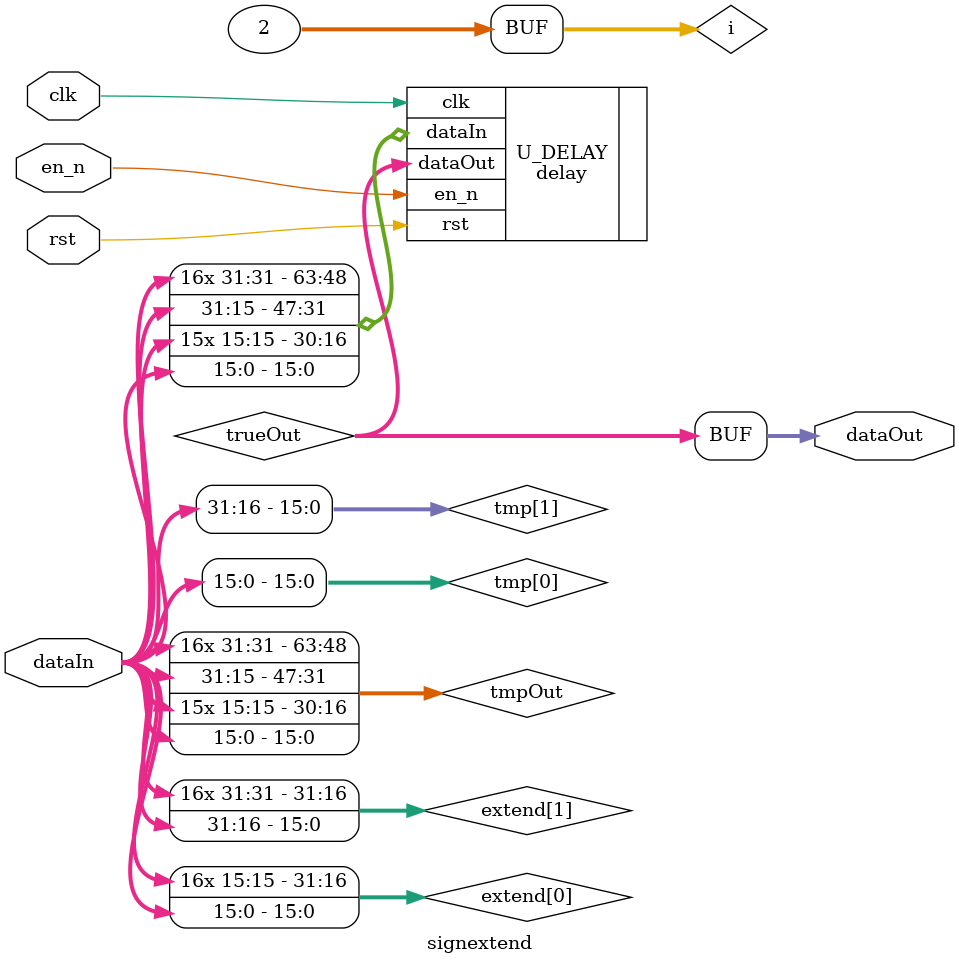
<source format=v>
module signextend #(
        parameter DATA_WIDTH_IN = 16,
        parameter DEPTH = 2,
        parameter DATA_WIDTH_OUT = 32,
        parameter DELAY = 0
)(
    input clk,
    input rst,
    input en_n,
    input [DATA_WIDTH_IN*DEPTH-1:0]dataIn,
    output  [DATA_WIDTH_OUT*DEPTH-1:0]dataOut
);
/**********
 *  Array Packing Defines
 **********/
//These are preprocessor defines similar to C/C++ preprocessor or VHDL functions
`define PACK_ARRAY(PK_WIDTH,PK_DEPTH,PK_SRC,PK_DEST, BLOCK_ID, GEN_VAR)    genvar GEN_VAR; generate for (GEN_VAR=0; GEN_VAR<(PK_DEPTH); GEN_VAR=GEN_VAR+1) begin: BLOCK_ID assign PK_DEST[((PK_WIDTH)*GEN_VAR+((PK_WIDTH)-1)):((PK_WIDTH)*GEN_VAR)] = PK_SRC[GEN_VAR][((PK_WIDTH)-1):0]; end endgenerate
`define UNPACK_ARRAY(PK_WIDTH,PK_DEPTH,PK_DEST,PK_SRC, BLOCK_ID, GEN_VAR)  genvar GEN_VAR; generate for (GEN_VAR=0; GEN_VAR<(PK_DEPTH); GEN_VAR=GEN_VAR+1) begin: BLOCK_ID assign PK_DEST[GEN_VAR][((PK_WIDTH)-1):0] = PK_SRC[((PK_WIDTH)*GEN_VAR+(PK_WIDTH-1)):((PK_WIDTH)*GEN_VAR)]; end endgenerate

wire [DATA_WIDTH_IN-1:0] tmp [DEPTH-1:0];
reg [DATA_WIDTH_OUT-1:0] extend [DEPTH-1:0];
wire [DATA_WIDTH_OUT*DEPTH-1:0] tmpOut;
wire [DATA_WIDTH_OUT*DEPTH-1:0] trueOut;

`UNPACK_ARRAY(DATA_WIDTH_IN,DEPTH,tmp,dataIn, U_BLK_0, idx_0)

integer i = 0;
always @ (dataIn) begin
    for(i = 0;i < DEPTH;i = i + 1)
    begin
        extend[i][DATA_WIDTH_IN-1:0] <= tmp[i][DATA_WIDTH_IN-1:0];
        extend[i][DATA_WIDTH_OUT-1:DATA_WIDTH_IN] <= {(DATA_WIDTH_OUT - DATA_WIDTH_IN){tmp[i][DATA_WIDTH_IN-1]}};
    end

end
`PACK_ARRAY(DATA_WIDTH_OUT,DEPTH,extend,tmpOut, U_BLK_1, idx_1)

delay #(
     .BIT_WIDTH(DATA_WIDTH_OUT*DEPTH),
     .DELAY(DELAY)
 )U_DELAY(
     .clk(clk),
     .rst(rst),
     .en_n(en_n),
     .dataIn(tmpOut),
     .dataOut(trueOut)
 );

assign dataOut = trueOut;

endmodule // signextend

</source>
